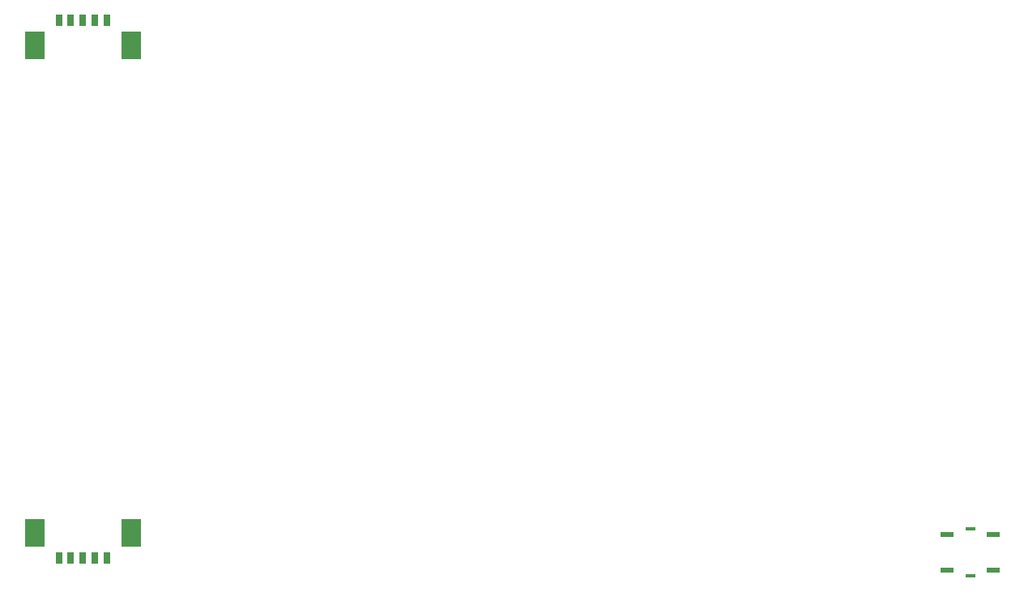
<source format=gtp>
G04 Layer_Color=8421504*
%FSLAX44Y44*%
%MOMM*%
G71*
G01*
G75*
%ADD10R,1.0000X0.4500*%
%ADD11R,1.4000X0.6000*%
%ADD12R,0.8000X1.3000*%
%ADD13R,2.1000X3.0000*%
D10*
X1157400Y-299500D02*
D03*
Y-250500D02*
D03*
D11*
X1181400Y-256500D02*
D03*
Y-293500D02*
D03*
X1133400D02*
D03*
Y-256500D02*
D03*
D12*
X217500Y-281000D02*
D03*
X242500D02*
D03*
X230000D02*
D03*
X255000D02*
D03*
X205000D02*
D03*
X242500Y281000D02*
D03*
X217500D02*
D03*
X230000D02*
D03*
X205000D02*
D03*
X255000D02*
D03*
D13*
X280500Y-255000D02*
D03*
X179500D02*
D03*
Y255000D02*
D03*
X280500D02*
D03*
M02*

</source>
